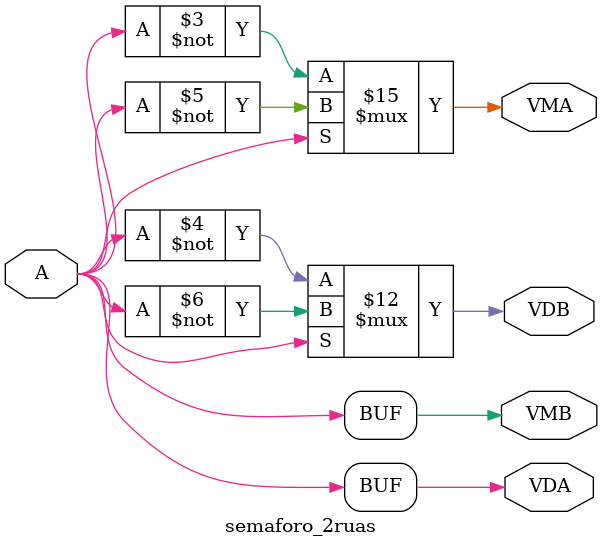
<source format=sv>
module semaforo_2ruas(
    input logic A,
    output logic VDA, VMA, VDB, VMB);
    
    always_comb 
        if (A == 0) begin
         VMA <= ~A;
         VDB <= ~A; 
         VDA <= A;
         VMB <= A;
        end  else begin
         VDA <= A;
         VMB <= A;
         VMA <= ~A;
         VDB <= ~A;
        end
endmodule
</source>
